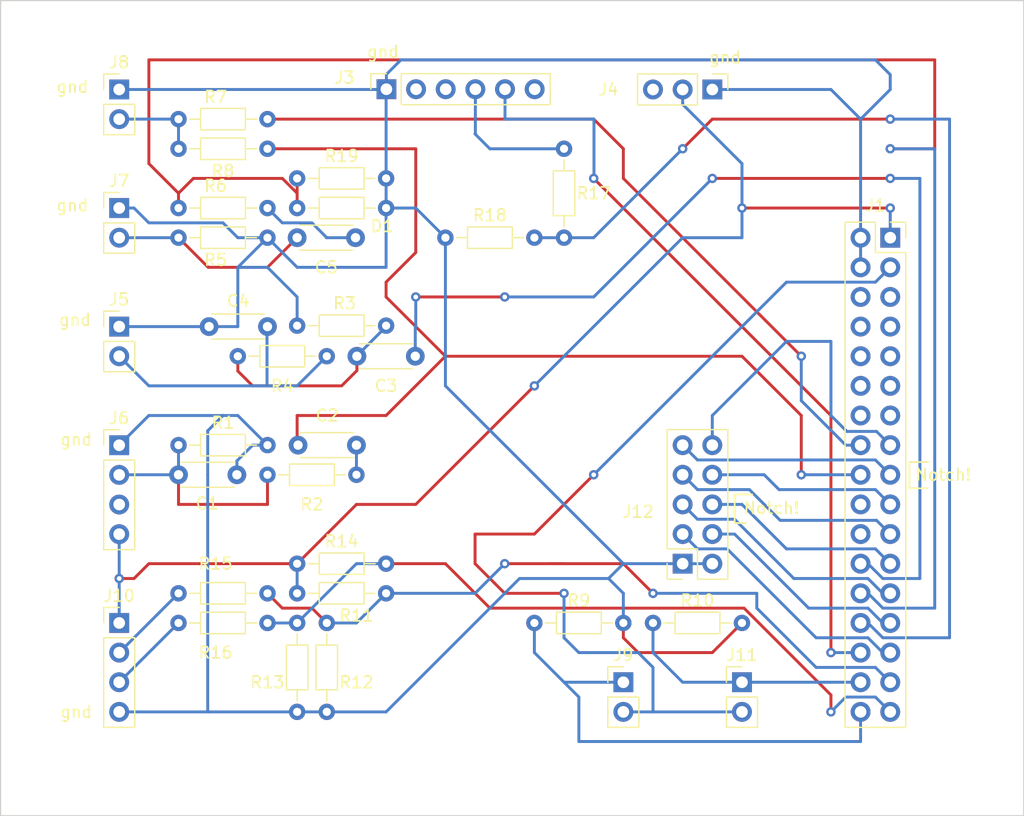
<source format=kicad_pcb>
(kicad_pcb (version 20221018) (generator pcbnew)
  (layers (0 "F.Cu" signal) (31 "B.Cu" signal) (34 "B.Paste" user) (35 "F.Paste" user) (36 "B.SilkS" user "B.Silkscreen") (37 "F.SilkS" user "F.Silkscreen") (38 "B.Mask" user) (39 "F.Mask" user) (44 "Edge.Cuts" user))
  (net 0 "")
  (net 1 "Net-(J6-Pin_2)")
  (net 2 "/gnd")
  (net 3 "Net-(C2-Pad1)")
  (net 4 "/lum")
  (net 5 "Net-(C3-Pad1)")
  (net 6 "/lineout")
  (net 7 "Net-(J7-Pin_2)")
  (net 8 "/ear")
  (net 9 "/vcc_5")
  (net 10 "/vcc_3v3")
  (net 17 "/reserved1")
  (net 19 "/reserved2")
  (net 21 "/ch0")
  (net 22 "/csync")
  (net 23 "/ch1")
  (net 24 "/ch2")
  (net 26 "/ch3")
  (net 28 "/ch4")
  (net 29 "/ch5")
  (net 30 "/ch6")
  (net 31 "/tx")
  (net 32 "/ch7")
  (net 33 "/rx")
  (net 34 "/ps2data")
  (net 35 "/ram_size")
  (net 36 "/ps2clk")
  (net 37 "/video_mode")
  (net 40 "Net-(J3-Pin_4)")
  (net 43 "Net-(J8-Pin_2)")
  (net 44 "Net-(J10-Pin_2)")
  (net 45 "Net-(J10-Pin_3)")
  (net 46 "Net-(J5-Pin_2)")
  (net 48 "Net-(C5-Pad2)")
  (footprint "Resistor_THT:R_Axial_DIN0204_L3.6mm_D1.6mm_P7.62mm_Horizontal" (layer "F.Cu") (at 137.16 99.06 180)
    (fp_text reference "R7" (at 4.445 1.905) (layer "F.SilkS"))
    (fp_text value "1k")
    (pad "1" thru_hole circle (at 0 0 180) (size 1.4 1.4) (drill 0.7) (layers "*.Cu" "*.Mask") (net 22 "/csync"))
    (pad "2" thru_hole oval (at 7.62 0 180) (size 1.4 1.4) (drill 0.7) (layers "*.Cu" "*.Mask") (net 43 "Net-(J8-Pin_2)"))
  )
  (footprint "Resistor_THT:R_Axial_DIN0204_L3.6mm_D1.6mm_P7.62mm_Horizontal" (layer "F.Cu") (at 129.54 127)
    (fp_text reference "R1" (at 3.81 -1.92) (layer "F.SilkS"))
    (fp_text value "1k")
    (pad "1" thru_hole circle (at 0 0) (size 1.4 1.4) (drill 0.7) (layers "*.Cu" "*.Mask") (net 1 "Net-(J6-Pin_2)"))
    (pad "2" thru_hole oval (at 7.62 0) (size 1.4 1.4) (drill 0.7) (layers "*.Cu" "*.Mask") (net 2 "/gnd"))
  )
  (footprint "Connector_PinHeader_2.54mm:PinHeader_1x02_P2.54mm_Vertical" (layer "F.Cu") (at 124.46 116.84)
    (fp_text reference "J5" (at 0 -2.33) (layer "F.SilkS"))
    (fp_text value "line_out")
    (pad "1" thru_hole rect (at 0 0) (size 1.7 1.7) (drill 1) (layers "*.Cu" "*.Mask") (net 2 "/gnd"))
    (pad "2" thru_hole oval (at 0 2.54) (size 1.7 1.7) (drill 1) (layers "*.Cu" "*.Mask") (net 46 "Net-(J5-Pin_2)"))
  )
  (footprint "Resistor_THT:R_Axial_DIN0204_L3.6mm_D1.6mm_P7.62mm_Horizontal" (layer "F.Cu") (at 139.7 142.24 -90)
    (fp_text reference "R13" (at 5.08 2.54 -180) (layer "F.SilkS"))
    (fp_text value "10k")
    (pad "1" thru_hole circle (at 0 0 270) (size 1.4 1.4) (drill 0.7) (layers "*.Cu" "*.Mask") (net 36 "/ps2clk"))
    (pad "2" thru_hole oval (at 7.62 0 270) (size 1.4 1.4) (drill 0.7) (layers "*.Cu" "*.Mask") (net 2 "/gnd"))
  )
  (footprint "Resistor_THT:R_Axial_DIN0204_L3.6mm_D1.6mm_P7.62mm_Horizontal" (layer "F.Cu") (at 162.56 101.6 -90)
    (fp_text reference "R17" (at 3.81 -2.54 -180) (layer "F.SilkS"))
    (fp_text value "1k / 0")
    (pad "1" thru_hole circle (at 0 0 270) (size 1.4 1.4) (drill 0.7) (layers "*.Cu" "*.Mask") (net 40 "Net-(J3-Pin_4)"))
    (pad "2" thru_hole oval (at 7.62 0 270) (size 1.4 1.4) (drill 0.7) (layers "*.Cu" "*.Mask") (net 31 "/tx"))
  )
  (footprint "Resistor_THT:R_Axial_DIN0204_L3.6mm_D1.6mm_P7.62mm_Horizontal" (layer "F.Cu") (at 139.7 104.14)
    (fp_text reference "R19" (at 3.81 -1.92) (layer "F.SilkS"))
    (fp_text value "47k")
    (pad "1" thru_hole circle (at 0 0) (size 1.4 1.4) (drill 0.7) (layers "*.Cu" "*.Mask") (net 8 "/ear"))
    (pad "2" thru_hole oval (at 7.62 0) (size 1.4 1.4) (drill 0.7) (layers "*.Cu" "*.Mask") (net 2 "/gnd"))
  )
  (footprint "Capacitor_THT:C_Disc_D4.3mm_W1.9mm_P5.00mm" (layer "F.Cu") (at 144.78 127 180)
    (fp_text reference "C2" (at 2.5 2.54 180) (layer "F.SilkS"))
    (fp_text value "47p")
    (pad "1" thru_hole circle (at 0 0 180) (size 1.6 1.6) (drill 0.8) (layers "*.Cu" "*.Mask") (net 3 "Net-(C2-Pad1)"))
    (pad "2" thru_hole circle (at 5 0 180) (size 1.6 1.6) (drill 0.8) (layers "*.Cu" "*.Mask") (net 4 "/lum"))
  )
  (footprint "Resistor_THT:R_Axial_DIN0204_L3.6mm_D1.6mm_P7.62mm_Horizontal" (layer "F.Cu") (at 139.7 139.7)
    (fp_text reference "R11" (at 5.08 1.905) (layer "F.SilkS"))
    (fp_text value "5k6")
    (pad "1" thru_hole circle (at 0 0) (size 1.4 1.4) (drill 0.7) (layers "*.Cu" "*.Mask") (net 9 "/vcc_5"))
    (pad "2" thru_hole oval (at 7.62 0) (size 1.4 1.4) (drill 0.7) (layers "*.Cu" "*.Mask") (net 34 "/ps2data"))
  )
  (footprint "Connector_PinHeader_2.54mm:PinHeader_1x04_P2.54mm_Vertical" (layer "F.Cu") (at 124.46 142.24)
    (fp_text reference "J10" (at 0 -2.33) (layer "F.SilkS"))
    (fp_text value "Conn_01x04")
    (pad "1" thru_hole rect (at 0 0) (size 1.7 1.7) (drill 1) (layers "*.Cu" "*.Mask") (net 9 "/vcc_5"))
    (pad "2" thru_hole oval (at 0 2.54) (size 1.7 1.7) (drill 1) (layers "*.Cu" "*.Mask") (net 44 "Net-(J10-Pin_2)"))
    (pad "3" thru_hole oval (at 0 5.08) (size 1.7 1.7) (drill 1) (layers "*.Cu" "*.Mask") (net 45 "Net-(J10-Pin_3)"))
    (pad "4" thru_hole oval (at 0 7.62) (size 1.7 1.7) (drill 1) (layers "*.Cu" "*.Mask") (net 2 "/gnd"))
  )
  (footprint "Resistor_THT:R_Axial_DIN0204_L3.6mm_D1.6mm_P7.62mm_Horizontal" (layer "F.Cu") (at 137.16 101.6 180)
    (fp_text reference "R8" (at 3.81 -1.905) (layer "F.SilkS"))
    (fp_text value "330" hide)
    (pad "1" thru_hole circle (at 0 0 180) (size 1.4 1.4) (drill 0.7) (layers "*.Cu" "*.Mask") (net 4 "/lum"))
    (pad "2" thru_hole oval (at 7.62 0 180) (size 1.4 1.4) (drill 0.7) (layers "*.Cu" "*.Mask") (net 43 "Net-(J8-Pin_2)"))
  )
  (footprint "Connector_PinHeader_2.54mm:PinHeader_1x02_P2.54mm_Vertical" (layer "F.Cu") (at 124.46 106.68)
    (fp_text reference "J7" (at 0 -2.33) (layer "F.SilkS"))
    (fp_text value "ear")
    (pad "1" thru_hole rect (at 0 0) (size 1.7 1.7) (drill 1) (layers "*.Cu" "*.Mask") (net 2 "/gnd"))
    (pad "2" thru_hole oval (at 0 2.54) (size 1.7 1.7) (drill 1) (layers "*.Cu" "*.Mask") (net 7 "Net-(J7-Pin_2)"))
  )
  (footprint "Resistor_THT:R_Axial_DIN0204_L3.6mm_D1.6mm_P7.62mm_Horizontal" (layer "F.Cu") (at 129.54 109.22)
    (fp_text reference "R5" (at 3.175 1.905) (layer "F.SilkS"))
    (fp_text value "220")
    (pad "1" thru_hole circle (at 0 0) (size 1.4 1.4) (drill 0.7) (layers "*.Cu" "*.Mask") (net 7 "Net-(J7-Pin_2)"))
    (pad "2" thru_hole oval (at 7.62 0) (size 1.4 1.4) (drill 0.7) (layers "*.Cu" "*.Mask") (net 2 "/gnd"))
  )
  (footprint "Capacitor_THT:C_Disc_D4.3mm_W1.9mm_P5.00mm" (layer "F.Cu") (at 139.7 109.22)
    (fp_text reference "C5" (at 2.5 2.54) (layer "F.SilkS"))
    (fp_text value "10n")
    (pad "1" thru_hole circle (at 0 0) (size 1.6 1.6) (drill 0.8) (layers "*.Cu" "*.Mask") (net 7 "Net-(J7-Pin_2)"))
    (pad "2" thru_hole circle (at 5 0) (size 1.6 1.6) (drill 0.8) (layers "*.Cu" "*.Mask") (net 48 "Net-(C5-Pad2)"))
  )
  (footprint "Connector_PinHeader_2.54mm:PinHeader_1x02_P2.54mm_Vertical" (layer "F.Cu") (at 124.46 96.52)
    (fp_text reference "J8" (at 0 -2.33) (layer "F.SilkS"))
    (fp_text value "comp_video")
    (pad "1" thru_hole rect (at 0 0) (size 1.7 1.7) (drill 1) (layers "*.Cu" "*.Mask") (net 2 "/gnd"))
    (pad "2" thru_hole oval (at 0 2.54) (size 1.7 1.7) (drill 1) (layers "*.Cu" "*.Mask") (net 43 "Net-(J8-Pin_2)"))
  )
  (footprint "Resistor_THT:R_Axial_DIN0204_L3.6mm_D1.6mm_P7.62mm_Horizontal" (layer "F.Cu") (at 139.7 137.16)
    (fp_text reference "R14" (at 3.81 -1.92) (layer "F.SilkS"))
    (fp_text value "5k6")
    (pad "1" thru_hole circle (at 0 0) (size 1.4 1.4) (drill 0.7) (layers "*.Cu" "*.Mask") (net 9 "/vcc_5"))
    (pad "2" thru_hole oval (at 7.62 0) (size 1.4 1.4) (drill 0.7) (layers "*.Cu" "*.Mask") (net 36 "/ps2clk"))
  )
  (footprint "Capacitor_THT:C_Disc_D4.3mm_W1.9mm_P5.00mm" (layer "F.Cu") (at 132.16 116.84)
    (fp_text reference "C4" (at 2.5 -2.2) (layer "F.SilkS"))
    (fp_text value "47n")
    (pad "1" thru_hole circle (at 0 0) (size 1.6 1.6) (drill 0.8) (layers "*.Cu" "*.Mask") (net 2 "/gnd"))
    (pad "2" thru_hole circle (at 5 0) (size 1.6 1.6) (drill 0.8) (layers "*.Cu" "*.Mask") (net 46 "Net-(J5-Pin_2)"))
  )
  (footprint "Capacitor_THT:C_Disc_D4.3mm_W1.9mm_P5.00mm" (layer "F.Cu") (at 144.82 119.38)
    (fp_text reference "C3" (at 2.5 2.54) (layer "F.SilkS"))
    (fp_text value "47n")
    (pad "1" thru_hole circle (at 0 0) (size 1.6 1.6) (drill 0.8) (layers "*.Cu" "*.Mask") (net 5 "Net-(C3-Pad1)"))
    (pad "2" thru_hole circle (at 5 0) (size 1.6 1.6) (drill 0.8) (layers "*.Cu" "*.Mask") (net 6 "/lineout"))
  )
  (footprint "Connector_PinHeader_2.54mm:PinHeader_1x04_P2.54mm_Vertical" (layer "F.Cu") (at 124.46 127.01)
    (fp_text reference "J6" (at 0 -2.33) (layer "F.SilkS"))
    (fp_text value "mic")
    (pad "1" thru_hole rect (at 0 0) (size 1.7 1.7) (drill 1) (layers "*.Cu" "*.Mask") (net 2 "/gnd"))
    (pad "2" thru_hole oval (at 0 2.54) (size 1.7 1.7) (drill 1) (layers "*.Cu" "*.Mask") (net 1 "Net-(J6-Pin_2)"))
    (pad "3" thru_hole oval (at 0 5.08) (size 1.7 1.7) (drill 1) (layers "*.Cu" "*.Mask"))
    (pad "4" thru_hole oval (at 0 7.62) (size 1.7 1.7) (drill 1) (layers "*.Cu" "*.Mask") (net 9 "/vcc_5"))
  )
  (footprint "Resistor_THT:R_Axial_DIN0204_L3.6mm_D1.6mm_P7.62mm_Horizontal" (layer "F.Cu") (at 134.62 119.38)
    (fp_text reference "R4" (at 3.81 2.54) (layer "F.SilkS"))
    (fp_text value "1k")
    (pad "1" thru_hole circle (at 0 0) (size 1.4 1.4) (drill 0.7) (layers "*.Cu" "*.Mask") (net 5 "Net-(C3-Pad1)"))
    (pad "2" thru_hole oval (at 7.62 0) (size 1.4 1.4) (drill 0.7) (layers "*.Cu" "*.Mask") (net 46 "Net-(J5-Pin_2)"))
  )
  (footprint "Resistor_THT:R_Axial_DIN0204_L3.6mm_D1.6mm_P7.62mm_Horizontal" (layer "F.Cu") (at 137.16 139.7 180)
    (fp_text reference "R15" (at 4.445 2.54) (layer "F.SilkS"))
    (fp_text value "180")
    (pad "1" thru_hole circle (at 0 0 180) (size 1.4 1.4) (drill 0.7) (layers "*.Cu" "*.Mask") (net 34 "/ps2data"))
    (pad "2" thru_hole oval (at 7.62 0 180) (size 1.4 1.4) (drill 0.7) (layers "*.Cu" "*.Mask") (net 44 "Net-(J10-Pin_2)"))
  )
  (footprint "Connector_PinSocket_2.54mm:PinSocket_1x06_P2.54mm_Vertical" (layer "F.Cu") (at 147.345 96.495 90)
    (fp_text reference "J3" (at 0.991 -3.581) (layer "F.SilkS"))
    (fp_text value "serial_module_5_or_3_v")
    (pad "1" thru_hole rect (at 0 0 90) (size 1.7 1.7) (drill 1) (layers "*.Cu" "*.Mask") (net 2 "/gnd"))
    (pad "2" thru_hole oval (at 0 2.54 90) (size 1.7 1.7) (drill 1) (layers "*.Cu" "*.Mask"))
    (pad "3" thru_hole oval (at 0 5.08 90) (size 1.7 1.7) (drill 1) (layers "*.Cu" "*.Mask"))
    (pad "4" thru_hole oval (at 0 7.62 90) (size 1.7 1.7) (drill 1) (layers "*.Cu" "*.Mask") (net 40 "Net-(J3-Pin_4)"))
    (pad "5" thru_hole oval (at 0 10.16 90) (size 1.7 1.7) (drill 1) (layers "*.Cu" "*.Mask") (net 33 "/rx"))
    (pad "6" thru_hole oval (at 0 12.7 90) (size 1.7 1.7) (drill 1) (layers "*.Cu" "*.Mask"))
  )
  (footprint "Resistor_THT:R_Axial_DIN0204_L3.6mm_D1.6mm_P7.62mm_Horizontal" (layer "F.Cu") (at 152.4 109.22)
    (fp_text reference "R18" (at 3.81 -1.92) (layer "F.SilkS"))
    (fp_text value "2k2 / remove")
    (pad "1" thru_hole circle (at 0 0) (size 1.4 1.4) (drill 0.7) (layers "*.Cu" "*.Mask") (net 2 "/gnd"))
    (pad "2" thru_hole oval (at 7.62 0) (size 1.4 1.4) (drill 0.7) (layers "*.Cu" "*.Mask") (net 31 "/tx"))
  )
  (footprint "Resistor_THT:R_Axial_DIN0204_L3.6mm_D1.6mm_P7.62mm_Horizontal" (layer "F.Cu") (at 137.16 142.24 180)
    (fp_text reference "R16" (at 4.445 -2.54) (layer "F.SilkS"))
    (fp_text value "180")
    (pad "1" thru_hole circle (at 0 0 180) (size 1.4 1.4) (drill 0.7) (layers "*.Cu" "*.Mask") (net 36 "/ps2clk"))
    (pad "2" thru_hole oval (at 7.62 0 180) (size 1.4 1.4) (drill 0.7) (layers "*.Cu" "*.Mask") (net 45 "Net-(J10-Pin_3)"))
  )
  (footprint "Connector_PinSocket_2.54mm:PinSocket_2x05_P2.54mm_Vertical" (layer "F.Cu") (at 172.72 137.16 180)
    (fp_text reference "J12" (at 3.81 4.445 180) (layer "F.SilkS"))
    (fp_text value "Conn_02x05_Odd_Even")
    (pad "1" thru_hole rect (at 0 0 180) (size 1.7 1.7) (drill 1) (layers "*.Cu" "*.Mask") (net 2 "/gnd"))
    (pad "2" thru_hole oval (at -2.54 0 180) (size 1.7 1.7) (drill 1) (layers "*.Cu" "*.Mask") (net 2 "/gnd"))
    (pad "3" thru_hole oval (at 0 2.54 180) (size 1.7 1.7) (drill 1) (layers "*.Cu" "*.Mask") (net 32 "/ch7"))
    (pad "4" thru_hole oval (at -2.54 2.54 180) (size 1.7 1.7) (drill 1) (layers "*.Cu" "*.Mask") (net 30 "/ch6"))
    (pad "5" thru_hole oval (at 0 5.08 180) (size 1.7 1.7) (drill 1) (layers "*.Cu" "*.Mask") (net 29 "/ch5"))
    (pad "6" thru_hole oval (at -2.54 5.08 180) (size 1.7 1.7) (drill 1) (layers "*.Cu" "*.Mask") (net 28 "/ch4"))
    (pad "7" thru_hole oval (at 0 7.62 180) (size 1.7 1.7) (drill 1) (layers "*.Cu" "*.Mask") (net 26 "/ch3"))
    (pad "8" thru_hole oval (at -2.54 7.62 180) (size 1.7 1.7) (drill 1) (layers "*.Cu" "*.Mask") (net 24 "/ch2"))
    (pad "9" thru_hole oval (at 0 10.16 180) (size 1.7 1.7) (drill 1) (layers "*.Cu" "*.Mask") (net 23 "/ch1"))
    (pad "10" thru_hole oval (at -2.54 10.16 180) (size 1.7 1.7) (drill 1) (layers "*.Cu" "*.Mask") (net 21 "/ch0"))
  )
  (footprint "Resistor_THT:R_Axial_DIN0204_L3.6mm_D1.6mm_P7.62mm_Horizontal" (layer "F.Cu") (at 170.18 142.24)
    (fp_text reference "R10" (at 3.81 -1.92) (layer "F.SilkS"))
    (fp_text value "1k")
    (pad "1" thru_hole circle (at 0 0) (size 1.4 1.4) (drill 0.7) (layers "*.Cu" "*.Mask") (net 35 "/ram_size"))
    (pad "2" thru_hole oval (at 7.62 0) (size 1.4 1.4) (drill 0.7) (layers "*.Cu" "*.Mask") (net 2 "/gnd"))
  )
  (footprint "Resistor_THT:R_Axial_DIN0204_L3.6mm_D1.6mm_P7.62mm_Horizontal" (layer "F.Cu") (at 142.24 142.24 -90)
    (fp_text reference "R12" (at 5.08 -2.54 -180) (layer "F.SilkS"))
    (fp_text value "10k")
    (pad "1" thru_hole circle (at 0 0 270) (size 1.4 1.4) (drill 0.7) (layers "*.Cu" "*.Mask") (net 34 "/ps2data"))
    (pad "2" thru_hole oval (at 7.62 0 270) (size 1.4 1.4) (drill 0.7) (layers "*.Cu" "*.Mask") (net 2 "/gnd"))
  )
  (footprint "Resistor_THT:R_Axial_DIN0204_L3.6mm_D1.6mm_P7.62mm_Horizontal" (layer "F.Cu") (at 139.7 116.76)
    (fp_text reference "R3" (at 4.064 -1.92) (layer "F.SilkS"))
    (fp_text value "1k")
    (pad "1" thru_hole circle (at 0 0) (size 1.4 1.4) (drill 0.7) (layers "*.Cu" "*.Mask") (net 2 "/gnd"))
    (pad "2" thru_hole oval (at 7.62 0) (size 1.4 1.4) (drill 0.7) (layers "*.Cu" "*.Mask") (net 5 "Net-(C3-Pad1)"))
  )
  (footprint "Connector_PinHeader_2.54mm:PinHeader_1x03_P2.54mm_Vertical" (layer "F.Cu") (at 175.26 96.52 -90)
    (fp_text reference "J4" (at 0 8.89 -180) (layer "F.SilkS"))
    (fp_text value "power_conn")
    (pad "1" thru_hole rect (at 0 0 270) (size 1.7 1.7) (drill 1) (layers "*.Cu" "*.Mask") (net 2 "/gnd"))
    (pad "2" thru_hole oval (at 0 2.54 270) (size 1.7 1.7) (drill 1) (layers "*.Cu" "*.Mask") (net 9 "/vcc_5"))
    (pad "3" thru_hole oval (at 0 5.08 270) (size 1.7 1.7) (drill 1) (layers "*.Cu" "*.Mask"))
  )
  (footprint "Connector_PinHeader_2.54mm:PinHeader_1x02_P2.54mm_Vertical" (layer "F.Cu") (at 177.8 147.32)
    (fp_text reference "J11" (at 0 -2.33) (layer "F.SilkS"))
    (fp_text value "ram_size")
    (pad "1" thru_hole rect (at 0 0) (size 1.7 1.7) (drill 1) (layers "*.Cu" "*.Mask") (net 35 "/ram_size"))
    (pad "2" thru_hole oval (at 0 2.54) (size 1.7 1.7) (drill 1) (layers "*.Cu" "*.Mask") (net 10 "/vcc_3v3"))
  )
  (footprint "Resistor_THT:R_Axial_DIN0204_L3.6mm_D1.6mm_P7.62mm_Horizontal" (layer "F.Cu") (at 160.02 142.24)
    (fp_text reference "R9" (at 3.81 -1.92) (layer "F.SilkS"))
    (fp_text value "1k")
    (pad "1" thru_hole circle (at 0 0) (size 1.4 1.4) (drill 0.7) (layers "*.Cu" "*.Mask") (net 37 "/video_mode"))
    (pad "2" thru_hole oval (at 7.62 0) (size 1.4 1.4) (drill 0.7) (layers "*.Cu" "*.Mask") (net 2 "/gnd"))
  )
  (footprint "Resistor_THT:R_Axial_DIN0204_L3.6mm_D1.6mm_P7.62mm_Horizontal" (layer "F.Cu") (at 137.16 129.54)
    (fp_text reference "R2" (at 3.81 2.54) (layer "F.SilkS"))
    (fp_text value "1M")
    (pad "1" thru_hole circle (at 0 0) (size 1.4 1.4) (drill 0.7) (layers "*.Cu" "*.Mask") (net 1 "Net-(J6-Pin_2)"))
    (pad "2" thru_hole oval (at 7.62 0) (size 1.4 1.4) (drill 0.7) (layers "*.Cu" "*.Mask") (net 3 "Net-(C2-Pad1)"))
  )
  (footprint "Connector_PinSocket_2.54mm:PinSocket_2x17_P2.54mm_Vertical" (layer "F.Cu") (at 190.5 109.22)
    (fp_text reference "J1" (at -1.27 -2.77) (layer "F.SilkS"))
    (fp_text value "Ice40_34_sock")
    (pad "1" thru_hole rect (at 0 0) (size 1.7 1.7) (drill 1) (layers "*.Cu" "*.Mask") (net 9 "/vcc_5"))
    (pad "2" thru_hole oval (at -2.54 0) (size 1.7 1.7) (drill 1) (layers "*.Cu" "*.Mask") (net 2 "/gnd"))
    (pad "3" thru_hole oval (at 0 2.54) (size 1.7 1.7) (drill 1) (layers "*.Cu" "*.Mask") (net 10 "/vcc_3v3"))
    (pad "4" thru_hole oval (at -2.54 2.54) (size 1.7 1.7) (drill 1) (layers "*.Cu" "*.Mask") (net 2 "/gnd"))
    (pad "5" thru_hole oval (at 0 5.08) (size 1.7 1.7) (drill 1) (layers "*.Cu" "*.Mask"))
    (pad "6" thru_hole oval (at -2.54 5.08) (size 1.7 1.7) (drill 1) (layers "*.Cu" "*.Mask"))
    (pad "7" thru_hole oval (at 0 7.62) (size 1.7 1.7) (drill 1) (layers "*.Cu" "*.Mask"))
    (pad "8" thru_hole oval (at -2.54 7.62) (size 1.7 1.7) (drill 1) (layers "*.Cu" "*.Mask"))
    (pad "9" thru_hole oval (at 0 10.16) (size 1.7 1.7) (drill 1) (layers "*.Cu" "*.Mask"))
    (pad "10" thru_hole oval (at -2.54 10.16) (size 1.7 1.7) (drill 1) (layers "*.Cu" "*.Mask"))
    (pad "11" thru_hole oval (at 0 12.7) (size 1.7 1.7) (drill 1) (layers "*.Cu" "*.Mask") (net 17 "/reserved1"))
    (pad "12" thru_hole oval (at -2.54 12.7) (size 1.7 1.7) (drill 1) (layers "*.Cu" "*.Mask"))
    (pad "13" thru_hole oval (at 0 15.24) (size 1.7 1.7) (drill 1) (layers "*.Cu" "*.Mask") (net 19 "/reserved2"))
    (pad "14" thru_hole oval (at -2.54 15.24) (size 1.7 1.7) (drill 1) (layers "*.Cu" "*.Mask"))
    (pad "15" thru_hole oval (at 0 17.78) (size 1.7 1.7) (drill 1) (layers "*.Cu" "*.Mask") (net 21 "/ch0"))
    (pad "16" thru_hole oval (at -2.54 17.78) (size 1.7 1.7) (drill 1) (layers "*.Cu" "*.Mask") (net 22 "/csync"))
    (pad "17" thru_hole oval (at 0 20.32) (size 1.7 1.7) (drill 1) (layers "*.Cu" "*.Mask") (net 23 "/ch1"))
    (pad "18" thru_hole oval (at -2.54 20.32) (size 1.7 1.7) (drill 1) (layers "*.Cu" "*.Mask") (net 4 "/lum"))
    (pad "19" thru_hole oval (at 0 22.86) (size 1.7 1.7) (drill 1) (layers "*.Cu" "*.Mask") (net 24 "/ch2"))
    (pad "20" thru_hole oval (at -2.54 22.86) (size 1.7 1.7) (drill 1) (layers "*.Cu" "*.Mask"))
    (pad "21" thru_hole oval (at 0 25.4) (size 1.7 1.7) (drill 1) (layers "*.Cu" "*.Mask") (net 26 "/ch3"))
    (pad "22" thru_hole oval (at -2.54 25.4) (size 1.7 1.7) (drill 1) (layers "*.Cu" "*.Mask"))
    (pad "23" thru_hole oval (at 0 27.94) (size 1.7 1.7) (drill 1) (layers "*.Cu" "*.Mask") (net 28 "/ch4"))
    (pad "24" thru_hole oval (at -2.54 27.94) (size 1.7 1.7) (drill 1) (layers "*.Cu" "*.Mask") (net 6 "/lineout"))
    (pad "25" thru_hole oval (at 0 30.48) (size 1.7 1.7) (drill 1) (layers "*.Cu" "*.Mask") (net 29 "/ch5"))
    (pad "26" thru_hole oval (at -2.54 30.48) (size 1.7 1.7) (drill 1) (layers "*.Cu" "*.Mask") (net 8 "/ear"))
    (pad "27" thru_hole oval (at 0 33.02) (size 1.7 1.7) (drill 1) (layers "*.Cu" "*.Mask") (net 30 "/ch6"))
    (pad "28" thru_hole oval (at -2.54 33.02) (size 1.7 1.7) (drill 1) (layers "*.Cu" "*.Mask") (net 31 "/tx"))
    (pad "29" thru_hole oval (at 0 35.56) (size 1.7 1.7) (drill 1) (layers "*.Cu" "*.Mask") (net 32 "/ch7"))
    (pad "30" thru_hole oval (at -2.54 35.56) (size 1.7 1.7) (drill 1) (layers "*.Cu" "*.Mask") (net 33 "/rx"))
    (pad "31" thru_hole oval (at 0 38.1) (size 1.7 1.7) (drill 1) (layers "*.Cu" "*.Mask") (net 34 "/ps2data"))
    (pad "32" thru_hole oval (at -2.54 38.1) (size 1.7 1.7) (drill 1) (layers "*.Cu" "*.Mask") (net 35 "/ram_size"))
    (pad "33" thru_hole oval (at 0 40.64) (size 1.7 1.7) (drill 1) (layers "*.Cu" "*.Mask") (net 36 "/ps2clk"))
    (pad "34" thru_hole oval (at -2.54 40.64) (size 1.7 1.7) (drill 1) (layers "*.Cu" "*.Mask") (net 37 "/video_mode"))
  )
  (footprint "Resistor_THT:R_Axial_DIN0204_L3.6mm_D1.6mm_P7.62mm_Horizontal" (layer "F.Cu") (at 139.7 106.68)
    (fp_text reference "D1" (at 7.275 1.545) (layer "F.SilkS"))
    (fp_text value "Uz_3_3")
    (pad "1" thru_hole circle (at 0 0) (size 1.4 1.4) (drill 0.7) (layers "*.Cu" "*.Mask") (net 8 "/ear"))
    (pad "2" thru_hole oval (at 7.62 0) (size 1.4 1.4) (drill 0.7) (layers "*.Cu" "*.Mask") (net 2 "/gnd"))
  )
  (footprint "Connector_PinHeader_2.54mm:PinHeader_1x02_P2.54mm_Vertical" (layer "F.Cu") (at 167.64 147.32)
    (fp_text reference "J9" (at 0 -2.33) (layer "F.SilkS"))
    (fp_text value "video_mode")
    (pad "1" thru_hole rect (at 0 0) (size 1.7 1.7) (drill 1) (layers "*.Cu" "*.Mask") (net 37 "/video_mode"))
    (pad "2" thru_hole oval (at 0 2.54) (size 1.7 1.7) (drill 1) (layers "*.Cu" "*.Mask") (net 10 "/vcc_3v3"))
  )
  (footprint "Resistor_THT:R_Axial_DIN0204_L3.6mm_D1.6mm_P7.62mm_Horizontal" (layer "F.Cu") (at 129.54 106.68)
    (fp_text reference "R6" (at 3.175 -1.905) (layer "F.SilkS"))
    (fp_text value "4k7")
    (pad "1" thru_hole circle (at 0 0) (size 1.4 1.4) (drill 0.7) (layers "*.Cu" "*.Mask") (net 8 "/ear"))
    (pad "2" thru_hole oval (at 7.62 0) (size 1.4 1.4) (drill 0.7) (layers "*.Cu" "*.Mask") (net 48 "Net-(C5-Pad2)"))
  )
  (footprint "Capacitor_THT:C_Disc_D4.3mm_W1.9mm_P5.00mm" (layer "F.Cu") (at 129.54 129.54)
    (fp_text reference "C1" (at 2.46 2.46) (layer "F.SilkS"))
    (fp_text value "47n")
    (pad "1" thru_hole circle (at 0 0) (size 1.6 1.6) (drill 0.8) (layers "*.Cu" "*.Mask") (net 1 "Net-(J6-Pin_2)"))
    (pad "2" thru_hole circle (at 5 0) (size 1.6 1.6) (drill 0.8) (layers "*.Cu" "*.Mask") (net 2 "/gnd"))
  )
  (gr_line (start 178.675 131.225) (end 177.175 131.225) (stroke (width 0.15)) (layer "F.SilkS"))
  (gr_line (start 193.8 128.45) (end 192.15 128.45) (stroke (width 0.15)) (layer "F.SilkS"))
  (gr_line (start 192.15 130.7) (end 193.65 130.7) (stroke (width 0.15)) (layer "F.SilkS"))
  (gr_line (start 192.15 128.45) (end 192.15 130.7) (stroke (width 0.15)) (layer "F.SilkS"))
  (gr_line (start 177.175 133.675) (end 178.15 133.675) (stroke (width 0.15)) (layer "F.SilkS"))
  (gr_line (start 177.175 131.225) (end 177.175 133.675) (stroke (width 0.15)) (layer "F.SilkS"))
  (gr_line (start 201.93 158.75) (end 201.93 88.9) (stroke (width 0.1)) (layer "Edge.Cuts"))
  (gr_line (start 114.3 88.9) (end 114.3 158.75) (stroke (width 0.1)) (layer "Edge.Cuts"))
  (gr_line (start 201.93 88.9) (end 114.3 88.9) (stroke (width 0.1)) (layer "Edge.Cuts"))
  (gr_line (start 114.3 158.75) (end 201.93 158.75) (stroke (width 0.1)) (layer "Edge.Cuts"))
  (gr_text "gnd" (at 119.225 116.85) (layer "F.SilkS") (effects (font (size 1 1)) (justify left bottom)))
  (gr_text "gnd" (at 119 96.875) (layer "F.SilkS") (effects (font (size 1 1)) (justify left bottom)))
  (gr_text "Notch!" (at 177.85 132.975) (layer "F.SilkS") (effects (font (size 1 1)) (justify left bottom)))
  (gr_text "gnd" (at 145.6 93.875) (layer "F.SilkS") (effects (font (size 1 1)) (justify left bottom)))
  (gr_text "gnd" (at 119 107.025) (layer "F.SilkS") (effects (font (size 1 1)) (justify left bottom)))
  (gr_text "gnd" (at 119.325 150.45) (layer "F.SilkS") (effects (font (size 1 1)) (justify left bottom)))
  (gr_text "gnd" (at 174.9 94.35) (layer "F.SilkS") (effects (font (size 1 1)) (justify left bottom)))
  (gr_text "Notch!" (at 192.575 130.125) (layer "F.SilkS") (effects (font (size 1 1)) (justify left bottom)))
  (gr_text "gnd" (at 119.325 127.1) (layer "F.SilkS") (effects (font (size 1 1)) (justify left bottom)))
  (segment (start 129.54 132.08) (end 129.54 129.54) (width 0.25) (layer "F.Cu") (net 1))
  (segment (start 137.16 132.08) (end 129.54 132.08) (width 0.25) (layer "F.Cu") (net 1))
  (segment (start 137.16 129.54) (end 137.16 132.08) (width 0.25) (layer "F.Cu") (net 1))
  (segment (start 124.46 129.54) (end 129.54 129.54) (width 0.25) (layer "B.Cu") (net 1))
  (segment (start 129.54 127) (end 129.54 129.54) (width 0.25) (layer "B.Cu") (net 1))
  (segment (start 175.26 144.78) (end 177.8 142.24) (width 0.25) (layer "F.Cu") (net 2))
  (segment (start 167.64 142.24) (end 167.64 143.51) (width 0.25) (layer "F.Cu") (net 2))
  (segment (start 167.64 143.51) (end 168.91 144.78) (width 0.25) (layer "F.Cu") (net 2))
  (segment (start 168.91 144.78) (end 175.26 144.78) (width 0.25) (layer "F.Cu") (net 2))
  (segment (start 137.16 109.22) (end 134.62 109.22) (width 0.25) (layer "B.Cu") (net 2))
  (segment (start 132.04 129.54) (end 132.04 149.82) (width 0.25) (layer "B.Cu") (net 2))
  (segment (start 166.37 138.43) (end 167.64 137.16) (width 0.25) (layer "B.Cu") (net 2))
  (segment (start 134.62 109.22) (end 133.35 107.95) (width 0.25) (layer "B.Cu") (net 2))
  (segment (start 139.7 111.76) (end 137.16 109.22) (width 0.25) (layer "B.Cu") (net 2))
  (segment (start 167.64 142.24) (end 167.64 139.7) (width 0.25) (layer "B.Cu") (net 2))
  (segment (start 152.4 121.92) (end 167.64 137.16) (width 0.25) (layer "B.Cu") (net 2))
  (segment (start 124.46 106.68) (end 125.73 106.68) (width 0.25) (layer "B.Cu") (net 2))
  (segment (start 147.32 106.68) (end 147.32 96.52) (width 0.25) (layer "B.Cu") (net 2))
  (segment (start 147.345 95.225) (end 148.59 93.98) (width 0.25) (layer "B.Cu") (net 2))
  (segment (start 132.04 125.77) (end 132.04 129.54) (width 0.25) (layer "B.Cu") (net 2))
  (segment (start 147.32 106.68) (end 147.32 111.76) (width 0.25) (layer "B.Cu") (net 2))
  (segment (start 187.96 99.06) (end 187.96 109.22) (width 0.25) (layer "B.Cu") (net 2))
  (segment (start 134.54 128.35) (end 135.89 127) (width 0.25) (layer "B.Cu") (net 2))
  (segment (start 190.5 96.52) (end 187.96 99.06) (width 0.25) (layer "B.Cu") (net 2))
  (segment (start 147.345 96.495) (end 147.345 95.225) (width 0.25) (layer "B.Cu") (net 2))
  (segment (start 148.59 93.98) (end 189.23 93.98) (width 0.25) (layer "B.Cu") (net 2))
  (segment (start 133.35 124.46) (end 132.04 125.77) (width 0.25) (layer "B.Cu") (net 2))
  (segment (start 124.46 127) (end 127 124.46) (width 0.25) (layer "B.Cu") (net 2))
  (segment (start 189.23 93.98) (end 190.5 95.25) (width 0.25) (layer "B.Cu") (net 2))
  (segment (start 133.35 124.46) (end 134.62 124.46) (width 0.25) (layer "B.Cu") (net 2))
  (segment (start 124.46 149.86) (end 132.08 149.86) (width 0.25) (layer "B.Cu") (net 2))
  (segment (start 167.64 137.16) (end 172.72 137.16) (width 0.25) (layer "B.Cu") (net 2))
  (segment (start 134.62 116.84) (end 134.62 111.76) (width 0.25) (layer "B.Cu") (net 2))
  (segment (start 124.46 116.84) (end 134.62 116.84) (width 0.25) (layer "B.Cu") (net 2))
  (segment (start 158.75 138.43) (end 166.37 138.43) (width 0.25) (layer "B.Cu") (net 2))
  (segment (start 149.86 106.68) (end 152.4 109.22) (width 0.25) (layer "B.Cu") (net 2))
  (segment (start 167.64 139.7) (end 166.37 138.43) (width 0.25) (layer "B.Cu") (net 2))
  (segment (start 135.89 127) (end 137.16 127) (width 0.25) (layer "B.Cu") (net 2))
  (segment (start 147.32 96.52) (end 147.345 96.495) (width 0.25) (layer "B.Cu") (net 2))
  (segment (start 125.73 106.68) (end 127 107.95) (width 0.25) (layer "B.Cu") (net 2))
  (segment (start 147.32 111.76) (end 139.7 111.76) (width 0.25) (layer "B.Cu") (net 2))
  (segment (start 152.4 109.22) (end 152.4 121.92) (width 0.25) (layer "B.Cu") (net 2))
  (segment (start 124.46 96.52) (end 147.32 96.52) (width 0.25) (layer "B.Cu") (net 2))
  (segment (start 134.62 124.46) (end 137.16 127) (width 0.25) (layer "B.Cu") (net 2))
  (segment (start 185.42 96.52) (end 175.26 96.52) (width 0.25) (layer "B.Cu") (net 2))
  (segment (start 187.96 99.06) (end 185.42 96.52) (width 0.25) (layer "B.Cu") (net 2))
  (segment (start 134.62 111.76) (end 137.16 109.22) (width 0.25) (layer "B.Cu") (net 2))
  (segment (start 137.16 111.76) (end 134.62 111.76) (width 0.25) (layer "B.Cu") (net 2))
  (segment (start 187.96 109.22) (end 187.96 111.76) (width 0.25) (layer "B.Cu") (net 2))
  (segment (start 132.08 149.86) (end 139.7 149.86) (width 0.25) (layer "B.Cu") (net 2))
  (segment (start 172.72 137.16) (end 175.26 137.16) (width 0.25) (layer "B.Cu") (net 2))
  (segment (start 190.5 95.25) (end 190.5 96.52) (width 0.25) (layer "B.Cu") (net 2))
  (segment (start 139.7 149.86) (end 142.24 149.86) (width 0.25) (layer "B.Cu") (net 2))
  (segment (start 139.7 116.76) (end 139.7 114.3) (width 0.25) (layer "B.Cu") (net 2))
  (segment (start 147.32 106.68) (end 149.86 106.68) (width 0.25) (layer "B.Cu") (net 2))
  (segment (start 127 124.46) (end 133.35 124.46) (width 0.25) (layer "B.Cu") (net 2))
  (segment (start 139.7 114.3) (end 137.16 111.76) (width 0.25) (layer "B.Cu") (net 2))
  (segment (start 132.04 149.82) (end 132.08 149.86) (width 0.25) (layer "B.Cu") (net 2))
  (segment (start 147.32 149.86) (end 158.75 138.43) (width 0.25) (layer "B.Cu") (net 2))
  (segment (start 127 107.95) (end 133.35 107.95) (width 0.25) (layer "B.Cu") (net 2))
  (segment (start 142.24 149.86) (end 147.32 149.86) (width 0.25) (layer "B.Cu") (net 2))
  (segment (start 134.54 129.54) (end 134.54 128.35) (width 0.25) (layer "B.Cu") (net 2))
  (segment (start 144.78 127) (end 144.78 129.54) (width 0.25) (layer "B.Cu") (net 3))
  (segment (start 182.88 124.46) (end 182.88 129.54) (width 0.25) (layer "F.Cu") (net 4))
  (segment (start 147.32 124.46) (end 139.7 124.46) (width 0.25) (layer "F.Cu") (net 4))
  (segment (start 152.4 119.38) (end 147.32 124.46) (width 0.25) (layer "F.Cu") (net 4))
  (segment (start 177.8 119.38) (end 152.4 119.38) (width 0.25) (layer "F.Cu") (net 4))
  (segment (start 149.86 101.6) (end 137.16 101.6) (width 0.25) (layer "F.Cu") (net 4))
  (segment (start 147.32 114.3) (end 147.32 113.03) (width 0.25) (layer "F.Cu") (net 4))
  (segment (start 147.32 113.03) (end 149.86 110.49) (width 0.25) (layer "F.Cu") (net 4))
  (segment (start 177.8 119.38) (end 182.88 124.46) (width 0.25) (layer "F.Cu") (net 4))
  (segment (start 152.4 119.38) (end 147.32 114.3) (width 0.25) (layer "F.Cu") (net 4))
  (segment (start 149.86 110.49) (end 149.86 101.6) (width 0.25) (layer "F.Cu") (net 4))
  (segment (start 139.7 124.46) (end 139.7 127) (width 0.25) (layer "F.Cu") (net 4))
  (via (at 182.88 129.54) (size 0.8) (drill 0.4) (layers "F.Cu" "B.Cu") (net 4))
  (segment (start 182.88 129.54) (end 187.96 129.54) (width 0.25) (layer "B.Cu") (net 4))
  (segment (start 134.62 120.65) (end 135.89 121.92) (width 0.25) (layer "F.Cu") (net 5))
  (segment (start 143.51 121.92) (end 144.82 120.61) (width 0.25) (layer "F.Cu") (net 5))
  (segment (start 144.82 120.61) (end 144.82 119.38) (width 0.25) (layer "F.Cu") (net 5))
  (segment (start 135.89 121.92) (end 143.51 121.92) (width 0.25) (layer "F.Cu") (net 5))
  (segment (start 134.62 119.38) (end 134.62 120.65) (width 0.25) (layer "F.Cu") (net 5))
  (segment (start 144.82 119.34) (end 144.82 119.38) (width 0.25) (layer "B.Cu") (net 5))
  (segment (start 147.32 116.84) (end 144.82 119.34) (width 0.25) (layer "B.Cu") (net 5))
  (segment (start 190.5 104.14) (end 175.26 104.14) (width 0.25) (layer "F.Cu") (net 6))
  (segment (start 149.86 114.3) (end 157.48 114.3) (width 0.25) (layer "F.Cu") (net 6))
  (via (at 175.26 104.14) (size 0.8) (drill 0.4) (layers "F.Cu" "B.Cu") (net 6))
  (via (at 149.86 114.3) (size 0.8) (drill 0.4) (layers "F.Cu" "B.Cu") (net 6))
  (via (at 190.5 104.14) (size 0.8) (drill 0.4) (layers "F.Cu" "B.Cu") (net 6))
  (via (at 157.48 114.3) (size 0.8) (drill 0.4) (layers "F.Cu" "B.Cu") (net 6))
  (segment (start 193.04 104.14) (end 193.04 138.43) (width 0.25) (layer "B.Cu") (net 6))
  (segment (start 149.82 116.88) (end 149.82 119.38) (width 0.25) (layer "B.Cu") (net 6))
  (segment (start 175.26 104.14) (end 165.1 114.3) (width 0.25) (layer "B.Cu") (net 6))
  (segment (start 149.86 116.84) (end 149.82 116.88) (width 0.25) (layer "B.Cu") (net 6))
  (segment (start 189.865 138.43) (end 193.04 138.43) (width 0.25) (layer "B.Cu") (net 6))
  (segment (start 190.5 104.14) (end 193.04 104.14) (width 0.25) (layer "B.Cu") (net 6))
  (segment (start 188.595 137.16) (end 189.865 138.43) (width 0.25) (layer "B.Cu") (net 6))
  (segment (start 187.96 137.16) (end 188.595 137.16) (width 0.25) (layer "B.Cu") (net 6))
  (segment (start 149.86 116.84) (end 149.86 114.3) (width 0.25) (layer "B.Cu") (net 6))
  (segment (start 165.1 114.3) (end 157.48 114.3) (width 0.25) (layer "B.Cu") (net 6))
  (segment (start 129.54 109.22) (end 132.08 111.76) (width 0.25) (layer "F.Cu") (net 7))
  (segment (start 137.16 111.76) (end 139.7 109.22) (width 0.25) (layer "F.Cu") (net 7))
  (segment (start 132.08 111.76) (end 137.16 111.76) (width 0.25) (layer "F.Cu") (net 7))
  (segment (start 124.46 109.22) (end 129.54 109.22) (width 0.25) (layer "B.Cu") (net 7))
  (segment (start 127 93.98) (end 127 102.87) (width 0.25) (layer "F.Cu") (net 8))
  (segment (start 194.31 93.98) (end 127 93.98) (width 0.25) (layer "F.Cu") (net 8))
  (segment (start 194.31 101.6) (end 194.31 93.98) (width 0.25) (layer "F.Cu") (net 8))
  (segment (start 190.5 101.6) (end 194.31 101.6) (width 0.25) (layer "F.Cu") (net 8))
  (segment (start 138.43 104.14) (end 130.81 104.14) (width 0.25) (layer "F.Cu") (net 8))
  (segment (start 129.54 105.41) (end 129.54 106.68) (width 0.25) (layer "F.Cu") (net 8))
  (segment (start 139.7 104.14) (end 139.7 105.41) (width 0.25) (layer "F.Cu") (net 8))
  (segment (start 139.7 106.68) (end 139.7 105.41) (width 0.25) (layer "F.Cu") (net 8))
  (segment (start 130.81 104.14) (end 129.54 105.41) (width 0.25) (layer "F.Cu") (net 8))
  (segment (start 127 102.87) (end 129.54 105.41) (width 0.25) (layer "F.Cu") (net 8))
  (segment (start 139.7 105.41) (end 138.43 104.14) (width 0.25) (layer "F.Cu") (net 8))
  (via (at 190.5 101.6) (size 0.8) (drill 0.4) (layers "F.Cu" "B.Cu") (net 8))
  (segment (start 188.595 139.7) (end 187.96 139.7) (width 0.25) (layer "B.Cu") (net 8))
  (segment (start 194.31 140.97) (end 189.865 140.97) (width 0.25) (layer "B.Cu") (net 8))
  (segment (start 189.865 140.97) (end 188.595 139.7) (width 0.25) (layer "B.Cu") (net 8))
  (segment (start 194.31 101.6) (end 194.31 140.97) (width 0.25) (layer "B.Cu") (net 8))
  (segment (start 190.5 101.6) (end 194.31 101.6) (width 0.25) (layer "B.Cu") (net 8))
  (segment (start 144.78 132.08) (end 149.86 132.08) (width 0.25) (layer "F.Cu") (net 9))
  (segment (start 149.86 132.08) (end 160.02 121.92) (width 0.25) (layer "F.Cu") (net 9))
  (segment (start 125.73 138.43) (end 124.46 138.43) (width 0.25) (layer "F.Cu") (net 9))
  (segment (start 127 137.16) (end 125.73 138.43) (width 0.25) (layer "F.Cu") (net 9))
  (segment (start 139.7 137.16) (end 127 137.16) (width 0.25) (layer "F.Cu") (net 9))
  (segment (start 190.5 106.68) (end 177.8 106.68) (width 0.25) (layer "F.Cu") (net 9))
  (segment (start 139.7 137.16) (end 144.78 132.08) (width 0.25) (layer "F.Cu") (net 9))
  (via (at 124.46 138.43) (size 0.8) (drill 0.4) (layers "F.Cu" "B.Cu") (net 9))
  (via (at 177.8 106.68) (size 0.8) (drill 0.4) (layers "F.Cu" "B.Cu") (net 9))
  (via (at 160.02 121.92) (size 0.8) (drill 0.4) (layers "F.Cu" "B.Cu") (net 9))
  (via (at 190.5 106.68) (size 0.8) (drill 0.4) (layers "F.Cu" "B.Cu") (net 9))
  (segment (start 124.46 138.43) (end 124.46 134.63) (width 0.25) (layer "B.Cu") (net 9))
  (segment (start 124.46 138.43) (end 124.46 142.24) (width 0.25) (layer "B.Cu") (net 9))
  (segment (start 190.5 109.22) (end 190.5 106.68) (width 0.25) (layer "B.Cu") (net 9))
  (segment (start 172.72 97.79) (end 172.72 96.52) (width 0.25) (layer "B.Cu") (net 9))
  (segment (start 177.8 102.87) (end 172.72 97.79) (width 0.25) (layer "B.Cu") (net 9))
  (segment (start 177.8 106.68) (end 177.8 102.87) (width 0.25) (layer "B.Cu") (net 9))
  (segment (start 177.8 109.22) (end 177.8 106.68) (width 0.25) (layer "B.Cu") (net 9))
  (segment (start 177.8 109.22) (end 172.72 109.22) (width 0.25) (layer "B.Cu") (net 9))
  (segment (start 172.72 109.22) (end 160.02 121.92) (width 0.25) (layer "B.Cu") (net 9))
  (segment (start 139.7 137.16) (end 139.7 139.7) (width 0.25) (layer "B.Cu") (net 9))
  (segment (start 157.48 139.7) (end 162.56 139.7) (width 0.25) (layer "F.Cu") (net 10))
  (segment (start 160.02 134.62) (end 154.94 134.62) (width 0.25) (layer "F.Cu") (net 10))
  (segment (start 154.94 137.16) (end 157.48 139.7) (width 0.25) (layer "F.Cu") (net 10))
  (segment (start 154.94 134.62) (end 154.94 137.16) (width 0.25) (layer "F.Cu") (net 10))
  (segment (start 165.1 129.54) (end 160.02 134.62) (width 0.25) (layer "F.Cu") (net 10))
  (via (at 165.1 129.54) (size 0.8) (drill 0.4) (layers "F.Cu" "B.Cu") (net 10))
  (via (at 162.56 139.7) (size 0.8) (drill 0.4) (layers "F.Cu" "B.Cu") (net 10))
  (segment (start 181.61 113.03) (end 189.23 113.03) (width 0.25) (layer "B.Cu") (net 10))
  (segment (start 170.18 146.05) (end 170.18 149.86) (width 0.25) (layer "B.Cu") (net 10))
  (segment (start 162.56 139.7) (end 162.56 143.51) (width 0.25) (layer "B.Cu") (net 10))
  (segment (start 162.56 143.51) (end 163.83 144.78) (width 0.25) (layer "B.Cu") (net 10))
  (segment (start 181.61 113.03) (end 165.1 129.54) (width 0.25) (layer "B.Cu") (net 10))
  (segment (start 177.8 149.86) (end 170.18 149.86) (width 0.25) (layer "B.Cu") (net 10))
  (segment (start 163.83 144.78) (end 168.91 144.78) (width 0.25) (layer "B.Cu") (net 10))
  (segment (start 189.23 113.03) (end 190.5 111.76) (width 0.25) (layer "B.Cu") (net 10))
  (segment (start 168.91 144.78) (end 170.18 146.05) (width 0.25) (layer "B.Cu") (net 10))
  (segment (start 170.18 149.86) (end 167.64 149.86) (width 0.25) (layer "B.Cu") (net 10))
  (segment (start 185.42 118.11) (end 185.42 124.46) (width 0.25) (layer "B.Cu") (net 21))
  (segment (start 175.26 124.46) (end 181.61 118.11) (width 0.25) (layer "B.Cu") (net 21))
  (segment (start 189.325 125.825) (end 190.5 127) (width 0.25) (layer "B.Cu") (net 21))
  (segment (start 181.61 118.11) (end 185.42 118.11) (width 0.25) (layer "B.Cu") (net 21))
  (segment (start 186.785 125.825) (end 189.325 125.825) (width 0.25) (layer "B.Cu") (net 21))
  (segment (start 185.42 124.46) (end 186.785 125.825) (width 0.25) (layer "B.Cu") (net 21))
  (segment (start 175.26 127) (end 175.26 124.46) (width 0.25) (layer "B.Cu") (net 21))
  (segment (start 182.88 119.38) (end 167.64 104.14) (width 0.25) (layer "F.Cu") (net 22))
  (segment (start 165.1 99.06) (end 137.16 99.06) (width 0.25) (layer "F.Cu") (net 22))
  (segment (start 167.64 104.14) (end 167.64 101.6) (width 0.25) (layer "F.Cu") (net 22))
  (segment (start 167.64 101.6) (end 165.1 99.06) (width 0.25) (layer "F.Cu") (net 22))
  (via (at 182.88 119.38) (size 0.8) (drill 0.4) (layers "F.Cu" "B.Cu") (net 22))
  (segment (start 182.88 123.19) (end 186.69 127) (width 0.25) (layer "B.Cu") (net 22))
  (segment (start 182.88 119.38) (end 182.88 123.19) (width 0.25) (layer "B.Cu") (net 22))
  (segment (start 186.69 127) (end 187.96 127) (width 0.25) (layer "B.Cu") (net 22))
  (segment (start 172.72 127) (end 173.99 128.27) (width 0.25) (layer "B.Cu") (net 23))
  (segment (start 189.23 128.27) (end 190.5 129.54) (width 0.25) (layer "B.Cu") (net 23))
  (segment (start 173.99 128.27) (end 189.23 128.27) (width 0.25) (layer "B.Cu") (net 23))
  (segment (start 189.23 130.81) (end 190.5 132.08) (width 0.25) (layer "B.Cu") (net 24))
  (segment (start 175.26 129.54) (end 179.705 129.54) (width 0.25) (layer "B.Cu") (net 24))
  (segment (start 179.705 129.54) (end 180.975 130.81) (width 0.25) (layer "B.Cu") (net 24))
  (segment (start 180.975 130.81) (end 189.23 130.81) (width 0.25) (layer "B.Cu") (net 24))
  (segment (start 189.325 133.445) (end 190.5 134.62) (width 0.25) (layer "B.Cu") (net 26))
  (segment (start 181.07 133.445) (end 189.325 133.445) (width 0.25) (layer "B.Cu") (net 26))
  (segment (start 173.99 130.81) (end 178.435 130.81) (width 0.25) (layer "B.Cu") (net 26))
  (segment (start 172.72 129.54) (end 173.99 130.81) (width 0.25) (layer "B.Cu") (net 26))
  (segment (start 178.435 130.81) (end 181.07 133.445) (width 0.25) (layer "B.Cu") (net 26))
  (segment (start 177.8 132.08) (end 181.61 135.89) (width 0.25) (layer "B.Cu") (net 28))
  (segment (start 181.61 135.89) (end 189.23 135.89) (width 0.25) (layer "B.Cu") (net 28))
  (segment (start 175.26 132.08) (end 177.8 132.08) (width 0.25) (layer "B.Cu") (net 28))
  (segment (start 189.23 135.89) (end 190.5 137.16) (width 0.25) (layer "B.Cu") (net 28))
  (segment (start 188.594302 138.430698) (end 189.863604 139.7) (width 0.25) (layer "B.Cu") (net 29))
  (segment (start 172.72 132.08) (end 173.99 133.35) (width 0.25) (layer "B.Cu") (net 29))
  (segment (start 177.165 133.35) (end 182.245698 138.430698) (width 0.25) (layer "B.Cu") (net 29))
  (segment (start 182.245698 138.430698) (end 188.594302 138.430698) (width 0.25) (layer "B.Cu") (net 29))
  (segment (start 189.863604 139.7) (end 190.5 139.7) (width 0.25) (layer "B.Cu") (net 29))
  (segment (start 173.99 133.35) (end 177.165 133.35) (width 0.25) (layer "B.Cu") (net 29))
  (segment (start 175.26 134.62) (end 177.165 134.62) (width 0.25) (layer "B.Cu") (net 30))
  (segment (start 189.863604 142.24) (end 190.5 142.24) (width 0.25) (layer "B.Cu") (net 30))
  (segment (start 177.165 134.62) (end 183.515 140.97) (width 0.25) (layer "B.Cu") (net 30))
  (segment (start 188.593604 140.97) (end 189.863604 142.24) (width 0.25) (layer "B.Cu") (net 30))
  (segment (start 183.515 140.97) (end 188.593604 140.97) (width 0.25) (layer "B.Cu") (net 30))
  (segment (start 190.5 99.06) (end 175.26 99.06) (width 0.25) (layer "F.Cu") (net 31))
  (segment (start 175.26 99.06) (end 172.72 101.6) (width 0.25) (layer "F.Cu") (net 31))
  (via (at 172.72 101.6) (size 0.8) (drill 0.4) (layers "F.Cu" "B.Cu") (net 31))
  (via (at 190.5 99.06) (size 0.8) (drill 0.4) (layers "F.Cu" "B.Cu") (net 31))
  (segment (start 188.595 142.24) (end 187.96 142.24) (width 0.25) (layer "B.Cu") (net 31))
  (segment (start 195.58 99.06) (end 195.58 143.51) (width 0.25) (layer "B.Cu") (net 31))
  (segment (start 162.56 109.22) (end 165.1 109.22) (width 0.25) (layer "B.Cu") (net 31))
  (segment (start 160.02 109.22) (end 162.56 109.22) (width 0.25) (layer "B.Cu") (net 31))
  (segment (start 195.58 143.51) (end 189.865 143.51) (width 0.25) (layer "B.Cu") (net 31))
  (segment (start 190.5 99.06) (end 195.58 99.06) (width 0.25) (layer "B.Cu") (net 31))
  (segment (start 189.865 143.51) (end 188.595 142.24) (width 0.25) (layer "B.Cu") (net 31))
  (segment (start 165.1 109.22) (end 172.72 101.6) (width 0.25) (layer "B.Cu") (net 31))
  (segment (start 172.72 134.62) (end 173.99 135.89) (width 0.25) (layer "B.Cu") (net 32))
  (segment (start 176.53 135.89) (end 184.15 143.51) (width 0.25) (layer "B.Cu") (net 32))
  (segment (start 173.99 135.89) (end 176.53 135.89) (width 0.25) (layer "B.Cu") (net 32))
  (segment (start 188.595 143.51) (end 189.865 144.78) (width 0.25) (layer "B.Cu") (net 32))
  (segment (start 189.865 144.78) (end 190.5 144.78) (width 0.25) (layer "B.Cu") (net 32))
  (segment (start 184.15 143.51) (end 188.595 143.51) (width 0.25) (layer "B.Cu") (net 32))
  (segment (start 185.42 124.46) (end 185.42 144.78) (width 0.25) (layer "F.Cu") (net 33))
  (segment (start 165.1 104.14) (end 185.42 124.46) (width 0.25) (layer "F.Cu") (net 33))
  (via (at 185.42 144.78) (size 0.8) (drill 0.4) (layers "F.Cu" "B.Cu") (net 33))
  (via (at 165.1 104.14) (size 0.8) (drill 0.4) (layers "F.Cu" "B.Cu") (net 33))
  (segment (start 157.505 96.495) (end 157.505 99.035) (width 0.25) (layer "B.Cu") (net 33))
  (segment (start 157.48 99.06) (end 165.125 99.06) (width 0.25) (layer "B.Cu") (net 33))
  (segment (start 165.1 104.14) (end 165.125 104.115) (width 0.25) (layer "B.Cu") (net 33))
  (segment (start 185.42 144.78) (end 187.96 144.78) (width 0.25) (layer "B.Cu") (net 33))
  (segment (start 157.505 99.035) (end 157.48 99.06) (width 0.25) (layer "B.Cu") (net 33))
  (segment (start 165.125 104.115) (end 165.125 99.06) (width 0.25) (layer "B.Cu") (net 33))
  (segment (start 167.64 137.16) (end 170.18 139.7) (width 0.25) (layer "F.Cu") (net 34))
  (segment (start 137.16 139.7) (end 138.43 140.97) (width 0.25) (layer "F.Cu") (net 34))
  (segment (start 167.64 137.16) (end 161.29 137.16) (width 0.25) (layer "F.Cu") (net 34))
  (segment (start 157.48 137.16) (end 162.56 137.16) (width 0.25) (layer "F.Cu") (net 34))
  (segment (start 138.43 140.97) (end 140.97 140.97) (width 0.25) (layer "F.Cu") (net 34))
  (segment (start 140.97 140.97) (end 142.24 142.24) (width 0.25) (layer "F.Cu") (net 34))
  (via (at 170.18 139.7) (size 0.8) (drill 0.4) (layers "F.Cu" "B.Cu") (net 34))
  (via (at 157.48 137.16) (size 0.8) (drill 0.4) (layers "F.Cu" "B.Cu") (net 34))
  (segment (start 184.15 146.05) (end 189.23 146.05) (width 0.25) (layer "B.Cu") (net 34))
  (segment (start 179.07 139.7) (end 170.18 139.7) (width 0.25) (layer "B.Cu") (net 34))
  (segment (start 144.78 142.24) (end 142.24 142.24) (width 0.25) (layer "B.Cu") (net 34))
  (segment (start 147.32 139.7) (end 144.78 142.24) (width 0.25) (layer "B.Cu") (net 34))
  (segment (start 179.07 140.97) (end 184.15 146.05) (width 0.25) (layer "B.Cu") (net 34))
  (segment (start 189.23 146.05) (end 190.5 147.32) (width 0.25) (layer "B.Cu") (net 34))
  (segment (start 157.48 137.16) (end 154.94 139.7) (width 0.25) (layer "B.Cu") (net 34))
  (segment (start 179.07 140.97) (end 179.07 139.7) (width 0.25) (layer "B.Cu") (net 34))
  (segment (start 154.94 139.7) (end 147.32 139.7) (width 0.25) (layer "B.Cu") (net 34))
  (segment (start 170.18 144.78) (end 172.72 147.32) (width 0.25) (layer "B.Cu") (net 35))
  (segment (start 177.8 147.32) (end 187.96 147.32) (width 0.25) (layer "B.Cu") (net 35))
  (segment (start 170.18 142.24) (end 170.18 144.78) (width 0.25) (layer "B.Cu") (net 35))
  (segment (start 172.72 147.32) (end 177.8 147.32) (width 0.25) (layer "B.Cu") (net 35))
  (segment (start 177.979569 140.97) (end 185.42 148.410431) (width 0.25) (layer "F.Cu") (net 36))
  (segment (start 177.8 140.97) (end 177.979569 140.97) (width 0.25) (layer "F.Cu") (net 36))
  (segment (start 185.42 148.410431) (end 185.42 149.86) (width 0.25) (layer "F.Cu") (net 36))
  (segment (start 152.4 137.16) (end 156.21 140.97) (width 0.25) (layer "F.Cu") (net 36))
  (segment (start 147.32 137.16) (end 152.4 137.16) (width 0.25) (layer "F.Cu") (net 36))
  (segment (start 156.21 140.97) (end 177.8 140.97) (width 0.25) (layer "F.Cu") (net 36))
  (via (at 185.42 149.86) (size 0.8) (drill 0.4) (layers "F.Cu" "B.Cu") (net 36))
  (segment (start 144.78 137.16) (end 147.32 137.16) (width 0.25) (layer "B.Cu") (net 36))
  (segment (start 137.16 142.24) (end 139.7 142.24) (width 0.25) (layer "B.Cu") (net 36))
  (segment (start 139.7 142.24) (end 144.78 137.16) (width 0.25) (layer "B.Cu") (net 36))
  (segment (start 189.23 148.59) (end 190.5 149.86) (width 0.25) (layer "B.Cu") (net 36))
  (segment (start 185.42 149.86) (end 186.69 148.59) (width 0.25) (layer "B.Cu") (net 36))
  (segment (start 186.69 148.59) (end 189.23 148.59) (width 0.25) (layer "B.Cu") (net 36))
  (segment (start 163.83 152.4) (end 163.83 148.59) (width 0.25) (layer "B.Cu") (net 37))
  (segment (start 160.02 144.78) (end 162.56 147.32) (width 0.25) (layer "B.Cu") (net 37))
  (segment (start 163.83 148.59) (end 162.56 147.32) (width 0.25) (layer "B.Cu") (net 37))
  (segment (start 187.96 152.4) (end 163.83 152.4) (width 0.25) (layer "B.Cu") (net 37))
  (segment (start 162.56 147.32) (end 167.64 147.32) (width 0.25) (layer "B.Cu") (net 37))
  (segment (start 160.02 142.24) (end 160.02 144.78) (width 0.25) (layer "B.Cu") (net 37))
  (segment (start 187.96 152.4) (end 187.96 149.86) (width 0.25) (layer "B.Cu") (net 37))
  (segment (start 156.21 101.6) (end 154.94 100.33) (width 0.25) (layer "B.Cu") (net 40))
  (segment (start 154.965 100.305) (end 154.965 96.495) (width 0.25) (layer "B.Cu") (net 40))
  (segment (start 154.94 100.33) (end 154.965 100.305) (width 0.25) (layer "B.Cu") (net 40))
  (segment (start 162.585 101.575) (end 162.56 101.6) (width 0.25) (layer "B.Cu") (net 40))
  (segment (start 162.56 101.6) (end 156.21 101.6) (width 0.25) (layer "B.Cu") (net 40))
  (segment (start 154.94 96.52) (end 154.965 96.495) (width 0.25) (layer "B.Cu") (net 40))
  (segment (start 129.54 99.06) (end 129.54 101.6) (width 0.25) (layer "B.Cu") (net 43))
  (segment (start 124.46 99.06) (end 129.54 99.06) (width 0.25) (layer "B.Cu") (net 43))
  (segment (start 124.46 144.78) (end 129.54 139.7) (width 0.25) (layer "B.Cu") (net 44))
  (segment (start 124.46 147.32) (end 129.54 142.24) (width 0.25) (layer "B.Cu") (net 45))
  (segment (start 139.7 121.92) (end 137.16 121.92) (width 0.25) (layer "B.Cu") (net 46))
  (segment (start 127 121.92) (end 137.16 121.92) (width 0.25) (layer "B.Cu") (net 46))
  (segment (start 142.24 119.38) (end 140.97 120.65) (width 0.25) (layer "B.Cu") (net 46))
  (segment (start 137.12 121.88) (end 137.12 116.84) (width 0.25) (layer "B.Cu") (net 46))
  (segment (start 137.12 116.84) (end 137.16 116.84) (width 0.25) (layer "B.Cu") (net 46))
  (segment (start 137.16 121.92) (end 137.12 121.88) (width 0.25) (layer "B.Cu") (net 46))
  (segment (start 124.46 119.38) (end 127 121.92) (width 0.25) (layer "B.Cu") (net 46))
  (segment (start 140.97 120.65) (end 139.7 121.92) (width 0.25) (layer "B.Cu") (net 46))
  (segment (start 142.2 109.22) (end 144.7 109.22) (width 0.25) (layer "B.Cu") (net 48))
  (segment (start 138.43 107.95) (end 137.16 106.68) (width 0.25) (layer "B.Cu") (net 48))
  (segment (start 142.2 109.18) (end 142.2 109.22) (width 0.25) (layer "B.Cu") (net 48))
  (segment (start 142.2 109.18) (end 140.97 107.95) (width 0.25) (layer "B.Cu") (net 48))
  (segment (start 140.97 107.95) (end 138.43 107.95) (width 0.25) (layer "B.Cu") (net 48))
)
</source>
